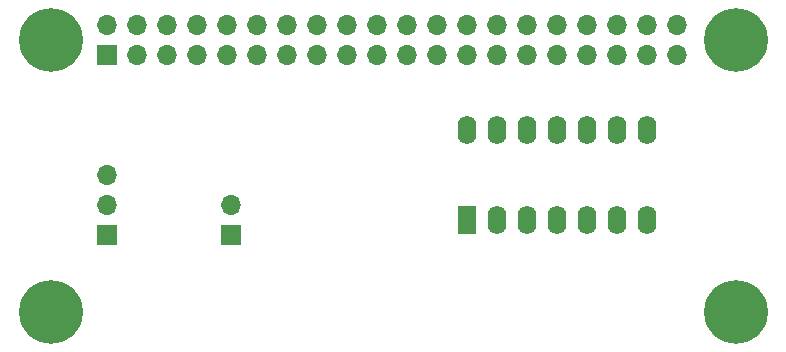
<source format=gbr>
%TF.GenerationSoftware,KiCad,Pcbnew,(5.1.8)-1*%
%TF.CreationDate,2021-09-28T21:47:29+01:00*%
%TF.ProjectId,pixel_pi_hat,70697865-6c5f-4706-995f-6861742e6b69,rev?*%
%TF.SameCoordinates,Original*%
%TF.FileFunction,Soldermask,Top*%
%TF.FilePolarity,Negative*%
%FSLAX46Y46*%
G04 Gerber Fmt 4.6, Leading zero omitted, Abs format (unit mm)*
G04 Created by KiCad (PCBNEW (5.1.8)-1) date 2021-09-28 21:47:29*
%MOMM*%
%LPD*%
G01*
G04 APERTURE LIST*
%ADD10C,5.400000*%
%ADD11O,1.600000X2.400000*%
%ADD12R,1.600000X2.400000*%
%ADD13O,1.700000X1.700000*%
%ADD14R,1.700000X1.700000*%
G04 APERTURE END LIST*
D10*
%TO.C,H4*%
X111500000Y-62000000D03*
%TD*%
%TO.C,H3*%
X53500000Y-62000000D03*
%TD*%
%TO.C,H2*%
X111500000Y-39000000D03*
%TD*%
%TO.C,H1*%
X53500000Y-39000000D03*
%TD*%
D11*
%TO.C,U1*%
X88750000Y-46630000D03*
X103990000Y-54250000D03*
X91290000Y-46630000D03*
X101450000Y-54250000D03*
X93830000Y-46630000D03*
X98910000Y-54250000D03*
X96370000Y-46630000D03*
X96370000Y-54250000D03*
X98910000Y-46630000D03*
X93830000Y-54250000D03*
X101450000Y-46630000D03*
X91290000Y-54250000D03*
X103990000Y-46630000D03*
D12*
X88750000Y-54250000D03*
%TD*%
D13*
%TO.C,J3*%
X106510000Y-37710000D03*
X106510000Y-40250000D03*
X103970000Y-37710000D03*
X103970000Y-40250000D03*
X101430000Y-37710000D03*
X101430000Y-40250000D03*
X98890000Y-37710000D03*
X98890000Y-40250000D03*
X96350000Y-37710000D03*
X96350000Y-40250000D03*
X93810000Y-37710000D03*
X93810000Y-40250000D03*
X91270000Y-37710000D03*
X91270000Y-40250000D03*
X88730000Y-37710000D03*
X88730000Y-40250000D03*
X86190000Y-37710000D03*
X86190000Y-40250000D03*
X83650000Y-37710000D03*
X83650000Y-40250000D03*
X81110000Y-37710000D03*
X81110000Y-40250000D03*
X78570000Y-37710000D03*
X78570000Y-40250000D03*
X76030000Y-37710000D03*
X76030000Y-40250000D03*
X73490000Y-37710000D03*
X73490000Y-40250000D03*
X70950000Y-37710000D03*
X70950000Y-40250000D03*
X68410000Y-37710000D03*
X68410000Y-40250000D03*
X65870000Y-37710000D03*
X65870000Y-40250000D03*
X63330000Y-37710000D03*
X63330000Y-40250000D03*
X60790000Y-37710000D03*
X60790000Y-40250000D03*
X58250000Y-37710000D03*
D14*
X58250000Y-40250000D03*
%TD*%
D13*
%TO.C,J2*%
X58250000Y-50420000D03*
X58250000Y-52960000D03*
D14*
X58250000Y-55500000D03*
%TD*%
D13*
%TO.C,J1*%
X68750000Y-52960000D03*
D14*
X68750000Y-55500000D03*
%TD*%
M02*

</source>
